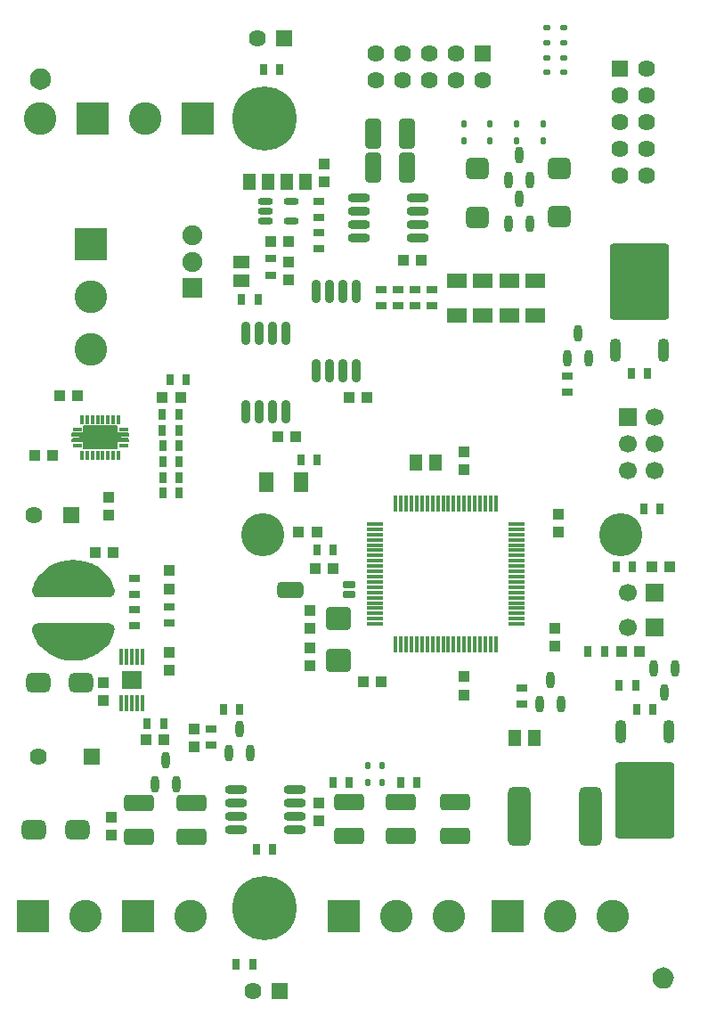
<source format=gts>
G04 Layer_Color=8388736*
%FSLAX24Y24*%
%MOIN*%
G70*
G01*
G75*
%ADD74R,0.0493X0.0631*%
%ADD75R,0.0315X0.0394*%
%ADD76R,0.0433X0.0394*%
%ADD77R,0.0394X0.0433*%
%ADD78R,0.0827X0.0433*%
%ADD79O,0.0374X0.0157*%
%ADD80O,0.0157X0.0374*%
%ADD81O,0.0320X0.0630*%
G04:AMPARAMS|DCode=82|XSize=114.2mil|YSize=63mil|CornerRadius=16.7mil|HoleSize=0mil|Usage=FLASHONLY|Rotation=0.000|XOffset=0mil|YOffset=0mil|HoleType=Round|Shape=RoundedRectangle|*
%AMROUNDEDRECTD82*
21,1,0.1142,0.0295,0,0,0.0*
21,1,0.0807,0.0630,0,0,0.0*
1,1,0.0335,0.0404,-0.0148*
1,1,0.0335,-0.0404,-0.0148*
1,1,0.0335,-0.0404,0.0148*
1,1,0.0335,0.0404,0.0148*
%
%ADD82ROUNDEDRECTD82*%
%ADD83O,0.0839X0.0335*%
%ADD84R,0.0394X0.0315*%
G04:AMPARAMS|DCode=85|XSize=220.5mil|YSize=86.6mil|CornerRadius=22.6mil|HoleSize=0mil|Usage=FLASHONLY|Rotation=90.000|XOffset=0mil|YOffset=0mil|HoleType=Round|Shape=RoundedRectangle|*
%AMROUNDEDRECTD85*
21,1,0.2205,0.0413,0,0,90.0*
21,1,0.1752,0.0866,0,0,90.0*
1,1,0.0453,0.0207,0.0876*
1,1,0.0453,0.0207,-0.0876*
1,1,0.0453,-0.0207,-0.0876*
1,1,0.0453,-0.0207,0.0876*
%
%ADD85ROUNDEDRECTD85*%
G04:AMPARAMS|DCode=86|XSize=25.6mil|YSize=20.5mil|CornerRadius=6.1mil|HoleSize=0mil|Usage=FLASHONLY|Rotation=270.000|XOffset=0mil|YOffset=0mil|HoleType=Round|Shape=RoundedRectangle|*
%AMROUNDEDRECTD86*
21,1,0.0256,0.0083,0,0,270.0*
21,1,0.0134,0.0205,0,0,270.0*
1,1,0.0122,-0.0041,-0.0067*
1,1,0.0122,-0.0041,0.0067*
1,1,0.0122,0.0041,0.0067*
1,1,0.0122,0.0041,-0.0067*
%
%ADD86ROUNDEDRECTD86*%
G04:AMPARAMS|DCode=87|XSize=55.1mil|YSize=76mil|CornerRadius=4.5mil|HoleSize=0mil|Usage=FLASHONLY|Rotation=180.000|XOffset=0mil|YOffset=0mil|HoleType=Round|Shape=RoundedRectangle|*
%AMROUNDEDRECTD87*
21,1,0.0551,0.0669,0,0,180.0*
21,1,0.0461,0.0760,0,0,180.0*
1,1,0.0091,-0.0230,0.0335*
1,1,0.0091,0.0230,0.0335*
1,1,0.0091,0.0230,-0.0335*
1,1,0.0091,-0.0230,-0.0335*
%
%ADD87ROUNDEDRECTD87*%
G04:AMPARAMS|DCode=88|XSize=25.6mil|YSize=20.5mil|CornerRadius=6.1mil|HoleSize=0mil|Usage=FLASHONLY|Rotation=180.000|XOffset=0mil|YOffset=0mil|HoleType=Round|Shape=RoundedRectangle|*
%AMROUNDEDRECTD88*
21,1,0.0256,0.0083,0,0,180.0*
21,1,0.0134,0.0205,0,0,180.0*
1,1,0.0122,-0.0067,0.0041*
1,1,0.0122,0.0067,0.0041*
1,1,0.0122,0.0067,-0.0041*
1,1,0.0122,-0.0067,-0.0041*
%
%ADD88ROUNDEDRECTD88*%
G04:AMPARAMS|DCode=89|XSize=55.1mil|YSize=76mil|CornerRadius=4.5mil|HoleSize=0mil|Usage=FLASHONLY|Rotation=270.000|XOffset=0mil|YOffset=0mil|HoleType=Round|Shape=RoundedRectangle|*
%AMROUNDEDRECTD89*
21,1,0.0551,0.0669,0,0,270.0*
21,1,0.0461,0.0760,0,0,270.0*
1,1,0.0091,-0.0335,-0.0230*
1,1,0.0091,-0.0335,0.0230*
1,1,0.0091,0.0335,0.0230*
1,1,0.0091,0.0335,-0.0230*
%
%ADD89ROUNDEDRECTD89*%
%ADD90O,0.0433X0.0886*%
G04:AMPARAMS|DCode=91|XSize=283.5mil|YSize=222.4mil|CornerRadius=12.9mil|HoleSize=0mil|Usage=FLASHONLY|Rotation=90.000|XOffset=0mil|YOffset=0mil|HoleType=Round|Shape=RoundedRectangle|*
%AMROUNDEDRECTD91*
21,1,0.2835,0.1967,0,0,90.0*
21,1,0.2577,0.2224,0,0,90.0*
1,1,0.0258,0.0983,0.1288*
1,1,0.0258,0.0983,-0.1288*
1,1,0.0258,-0.0983,-0.1288*
1,1,0.0258,-0.0983,0.1288*
%
%ADD91ROUNDEDRECTD91*%
%ADD92C,0.0512*%
%ADD93O,0.0335X0.0889*%
%ADD94R,0.0492X0.0610*%
G04:AMPARAMS|DCode=95|XSize=47.2mil|YSize=27.6mil|CornerRadius=7.9mil|HoleSize=0mil|Usage=FLASHONLY|Rotation=180.000|XOffset=0mil|YOffset=0mil|HoleType=Round|Shape=RoundedRectangle|*
%AMROUNDEDRECTD95*
21,1,0.0472,0.0118,0,0,180.0*
21,1,0.0315,0.0276,0,0,180.0*
1,1,0.0157,-0.0157,0.0059*
1,1,0.0157,0.0157,0.0059*
1,1,0.0157,0.0157,-0.0059*
1,1,0.0157,-0.0157,-0.0059*
%
%ADD95ROUNDEDRECTD95*%
G04:AMPARAMS|DCode=96|XSize=98.4mil|YSize=63mil|CornerRadius=16.7mil|HoleSize=0mil|Usage=FLASHONLY|Rotation=180.000|XOffset=0mil|YOffset=0mil|HoleType=Round|Shape=RoundedRectangle|*
%AMROUNDEDRECTD96*
21,1,0.0984,0.0295,0,0,180.0*
21,1,0.0650,0.0630,0,0,180.0*
1,1,0.0335,-0.0325,0.0148*
1,1,0.0335,0.0325,0.0148*
1,1,0.0335,0.0325,-0.0148*
1,1,0.0335,-0.0325,-0.0148*
%
%ADD96ROUNDEDRECTD96*%
G04:AMPARAMS|DCode=97|XSize=94.5mil|YSize=86.6mil|CornerRadius=14.4mil|HoleSize=0mil|Usage=FLASHONLY|Rotation=0.000|XOffset=0mil|YOffset=0mil|HoleType=Round|Shape=RoundedRectangle|*
%AMROUNDEDRECTD97*
21,1,0.0945,0.0579,0,0,0.0*
21,1,0.0657,0.0866,0,0,0.0*
1,1,0.0287,0.0329,-0.0289*
1,1,0.0287,-0.0329,-0.0289*
1,1,0.0287,-0.0329,0.0289*
1,1,0.0287,0.0329,0.0289*
%
%ADD97ROUNDEDRECTD97*%
%ADD98O,0.0157X0.0630*%
%ADD99O,0.0630X0.0157*%
%ADD100O,0.0571X0.0276*%
G04:AMPARAMS|DCode=101|XSize=90.6mil|YSize=72.8mil|CornerRadius=19.2mil|HoleSize=0mil|Usage=FLASHONLY|Rotation=0.000|XOffset=0mil|YOffset=0mil|HoleType=Round|Shape=RoundedRectangle|*
%AMROUNDEDRECTD101*
21,1,0.0906,0.0344,0,0,0.0*
21,1,0.0522,0.0728,0,0,0.0*
1,1,0.0384,0.0261,-0.0172*
1,1,0.0384,-0.0261,-0.0172*
1,1,0.0384,-0.0261,0.0172*
1,1,0.0384,0.0261,0.0172*
%
%ADD101ROUNDEDRECTD101*%
%ADD102O,0.0157X0.0610*%
%ADD103R,0.0768X0.0650*%
%ADD104R,0.0433X0.0433*%
G04:AMPARAMS|DCode=105|XSize=114.2mil|YSize=63mil|CornerRadius=16.7mil|HoleSize=0mil|Usage=FLASHONLY|Rotation=270.000|XOffset=0mil|YOffset=0mil|HoleType=Round|Shape=RoundedRectangle|*
%AMROUNDEDRECTD105*
21,1,0.1142,0.0295,0,0,270.0*
21,1,0.0807,0.0630,0,0,270.0*
1,1,0.0335,-0.0148,-0.0404*
1,1,0.0335,-0.0148,0.0404*
1,1,0.0335,0.0148,0.0404*
1,1,0.0335,0.0148,-0.0404*
%
%ADD105ROUNDEDRECTD105*%
G04:AMPARAMS|DCode=106|XSize=86.6mil|YSize=82.7mil|CornerRadius=21.7mil|HoleSize=0mil|Usage=FLASHONLY|Rotation=0.000|XOffset=0mil|YOffset=0mil|HoleType=Round|Shape=RoundedRectangle|*
%AMROUNDEDRECTD106*
21,1,0.0866,0.0394,0,0,0.0*
21,1,0.0433,0.0827,0,0,0.0*
1,1,0.0433,0.0217,-0.0197*
1,1,0.0433,-0.0217,-0.0197*
1,1,0.0433,-0.0217,0.0197*
1,1,0.0433,0.0217,0.0197*
%
%ADD106ROUNDEDRECTD106*%
%ADD107R,0.0610X0.0492*%
%ADD108C,0.2402*%
%ADD109C,0.1614*%
%ADD110C,0.0748*%
%ADD111R,0.0748X0.0748*%
%ADD112C,0.0639*%
%ADD113R,0.0639X0.0639*%
%ADD114R,0.0669X0.0669*%
%ADD115C,0.0669*%
%ADD116R,0.1220X0.1220*%
%ADD117C,0.1220*%
%ADD118R,0.0639X0.0639*%
%ADD119R,0.0669X0.0669*%
%ADD120R,0.1220X0.1220*%
G36*
X39581Y47185D02*
X39677Y47145D01*
X39759Y47082D01*
X39822Y47000D01*
X39862Y46904D01*
X39875Y46801D01*
X39862Y46698D01*
X39822Y46603D01*
X39759Y46520D01*
X39677Y46457D01*
X39581Y46418D01*
X39478Y46404D01*
X39376Y46418D01*
X39280Y46457D01*
X39198Y46520D01*
X39134Y46603D01*
X39095Y46698D01*
X39081Y46801D01*
X39095Y46904D01*
X39134Y47000D01*
X39198Y47082D01*
X39280Y47145D01*
X39376Y47185D01*
X39478Y47198D01*
X39581Y47185D01*
D02*
G37*
G36*
X42346Y33833D02*
X42354Y33821D01*
Y33577D01*
X42764D01*
X42780Y33569D01*
X42789Y33553D01*
Y33455D01*
X42777Y33424D01*
X42746Y33411D01*
X42504D01*
Y33380D01*
X42746D01*
X42777Y33367D01*
X42789Y33337D01*
Y33238D01*
X42780Y33226D01*
X42764Y33219D01*
X42752Y33215D01*
X42354D01*
Y32970D01*
X42346Y32959D01*
X42335Y32951D01*
X41091D01*
X41079Y32959D01*
X41071Y32974D01*
Y33215D01*
X40665D01*
X40654Y33219D01*
X40642Y33226D01*
X40636Y33238D01*
Y33337D01*
X40649Y33367D01*
X40679Y33380D01*
X40921D01*
Y33411D01*
X40679D01*
X40649Y33424D01*
X40636Y33455D01*
Y33553D01*
X40650Y33569D01*
X40673Y33577D01*
X41071D01*
Y33813D01*
X41075Y33833D01*
X41094Y33841D01*
X42335D01*
X42346Y33833D01*
D02*
G37*
G36*
X40934Y28800D02*
X40937Y28799D01*
X40940Y28799D01*
X41158Y28755D01*
X41160Y28753D01*
X41163Y28753D01*
X41374Y28681D01*
X41376Y28679D01*
X41379Y28678D01*
X41578Y28578D01*
X41580Y28576D01*
X41583Y28575D01*
X41767Y28450D01*
X41769Y28447D01*
X41772Y28446D01*
X41937Y28297D01*
X41938Y28296D01*
X41940Y28295D01*
X41942Y28293D01*
X41942Y28291D01*
X41944Y28290D01*
X42049Y28163D01*
X42050Y28160D01*
X42053Y28158D01*
X42137Y28017D01*
X42138Y28013D01*
X42140Y28011D01*
X42202Y27858D01*
X42202Y27856D01*
X42203Y27855D01*
X42245Y27720D01*
X42244Y27716D01*
X42246Y27713D01*
X42255Y27640D01*
X42253Y27632D01*
X42254Y27624D01*
X42235Y27553D01*
X42230Y27546D01*
X42228Y27538D01*
X42185Y27479D01*
X42178Y27475D01*
X42173Y27468D01*
X42111Y27429D01*
X42103Y27427D01*
X42096Y27423D01*
X42024Y27409D01*
X42019Y27410D01*
X42015Y27408D01*
X39410D01*
X39406Y27410D01*
X39402Y27409D01*
X39327Y27423D01*
X39321Y27428D01*
X39312Y27429D01*
X39248Y27469D01*
X39244Y27476D01*
X39237Y27480D01*
X39192Y27541D01*
X39190Y27549D01*
X39185Y27556D01*
X39166Y27629D01*
X39167Y27637D01*
X39164Y27645D01*
X39173Y27720D01*
X39175Y27724D01*
X39175Y27728D01*
X39215Y27858D01*
X39217Y27859D01*
X39216Y27861D01*
X39277Y28012D01*
X39280Y28014D01*
X39280Y28018D01*
X39363Y28157D01*
X39366Y28159D01*
X39367Y28163D01*
X39471Y28288D01*
X39473Y28289D01*
X39473Y28290D01*
X39478Y28295D01*
X39479Y28296D01*
X39480Y28297D01*
X39646Y28446D01*
X39648Y28447D01*
X39650Y28450D01*
X39834Y28575D01*
X39837Y28576D01*
X39839Y28578D01*
X40038Y28678D01*
X40041Y28679D01*
X40043Y28681D01*
X40254Y28753D01*
X40257Y28753D01*
X40259Y28755D01*
X40478Y28799D01*
X40481Y28799D01*
X40483Y28800D01*
X40706Y28815D01*
X40709Y28814D01*
X40712Y28815D01*
X40934Y28800D01*
D02*
G37*
G36*
X42011Y26448D02*
X42016Y26449D01*
X42090Y26435D01*
X42097Y26431D01*
X42105Y26429D01*
X42169Y26389D01*
X42174Y26382D01*
X42181Y26378D01*
X42225Y26317D01*
X42227Y26309D01*
X42232Y26302D01*
X42252Y26229D01*
X42251Y26221D01*
X42253Y26213D01*
X42244Y26138D01*
X42242Y26134D01*
X42242Y26130D01*
X42202Y26001D01*
X42201Y25999D01*
X42201Y25998D01*
X42140Y25847D01*
X42138Y25844D01*
X42137Y25841D01*
X42054Y25701D01*
X42051Y25699D01*
X42050Y25695D01*
X41946Y25570D01*
X41945Y25570D01*
X41944Y25568D01*
X41939Y25563D01*
X41938Y25563D01*
X41937Y25561D01*
X41772Y25412D01*
X41769Y25411D01*
X41767Y25409D01*
X41583Y25283D01*
X41580Y25282D01*
X41578Y25280D01*
X41379Y25180D01*
X41376Y25180D01*
X41374Y25178D01*
X41163Y25105D01*
X41160Y25105D01*
X41158Y25103D01*
X40940Y25059D01*
X40937Y25060D01*
X40934Y25058D01*
X40712Y25044D01*
X40709Y25044D01*
X40706Y25044D01*
X40483Y25058D01*
X40481Y25060D01*
X40478Y25059D01*
X40259Y25103D01*
X40257Y25105D01*
X40254Y25105D01*
X40043Y25178D01*
X40041Y25180D01*
X40038Y25180D01*
X39839Y25280D01*
X39837Y25282D01*
X39834Y25283D01*
X39650Y25409D01*
X39648Y25411D01*
X39646Y25412D01*
X39480Y25561D01*
X39479Y25563D01*
X39478Y25563D01*
X39476Y25566D01*
X39475Y25567D01*
X39473Y25568D01*
X39368Y25695D01*
X39367Y25698D01*
X39364Y25700D01*
X39280Y25842D01*
X39279Y25845D01*
X39277Y25848D01*
X39216Y26001D01*
X39216Y26002D01*
X39214Y26004D01*
X39173Y26138D01*
X39173Y26142D01*
X39171Y26146D01*
X39162Y26219D01*
X39165Y26227D01*
X39163Y26235D01*
X39182Y26306D01*
X39187Y26312D01*
X39189Y26320D01*
X39233Y26379D01*
X39240Y26384D01*
X39244Y26390D01*
X39307Y26430D01*
X39315Y26431D01*
X39322Y26436D01*
X39394Y26449D01*
X39398Y26448D01*
X39402Y26450D01*
X42008D01*
X42011Y26448D01*
D02*
G37*
G36*
X62888Y13563D02*
X62984Y13523D01*
X63066Y13460D01*
X63129Y13378D01*
X63169Y13282D01*
X63183Y13179D01*
X63169Y13076D01*
X63129Y12981D01*
X63066Y12898D01*
X62984Y12835D01*
X62888Y12796D01*
X62785Y12782D01*
X62683Y12796D01*
X62587Y12835D01*
X62505Y12898D01*
X62442Y12981D01*
X62402Y13076D01*
X62388Y13179D01*
X62402Y13282D01*
X62442Y13378D01*
X62505Y13460D01*
X62587Y13523D01*
X62683Y13563D01*
X62785Y13576D01*
X62888Y13563D01*
D02*
G37*
D74*
X57963Y22156D02*
D03*
X57215D02*
D03*
D75*
X44055Y33081D02*
D03*
X44665D02*
D03*
X44045Y34262D02*
D03*
X44655D02*
D03*
X44055Y31900D02*
D03*
X44665D02*
D03*
X44045Y33671D02*
D03*
X44655D02*
D03*
X44055Y32490D02*
D03*
X44665D02*
D03*
X44055Y31309D02*
D03*
X44665D02*
D03*
X44331Y35541D02*
D03*
X44941D02*
D03*
X47559Y17982D02*
D03*
X48169D02*
D03*
X47008Y38563D02*
D03*
X47618D02*
D03*
X52963Y20502D02*
D03*
X53573D02*
D03*
X51033D02*
D03*
X50423D02*
D03*
X61142Y24114D02*
D03*
X61752D02*
D03*
X62392Y23209D02*
D03*
X61782D02*
D03*
X46329Y23228D02*
D03*
X46939D02*
D03*
X62067Y30719D02*
D03*
X62677D02*
D03*
X49232Y32549D02*
D03*
X49842D02*
D03*
X61585Y35797D02*
D03*
X62195D02*
D03*
X48425Y47156D02*
D03*
X47815D02*
D03*
X46811Y13691D02*
D03*
X47421D02*
D03*
X50423Y29173D02*
D03*
X49813D02*
D03*
X59970Y25374D02*
D03*
X60580D02*
D03*
X61024Y28553D02*
D03*
X61634D02*
D03*
X44085Y22697D02*
D03*
X43475D02*
D03*
D76*
X44045Y34892D02*
D03*
X44715D02*
D03*
X40197Y34951D02*
D03*
X40866D02*
D03*
X39921Y32726D02*
D03*
X39252D02*
D03*
X51024Y34872D02*
D03*
X51693D02*
D03*
X48376Y33415D02*
D03*
X49045D02*
D03*
X49144Y29852D02*
D03*
X49813D02*
D03*
X49754Y28474D02*
D03*
X50423D02*
D03*
X51555Y24262D02*
D03*
X52224D02*
D03*
X61900Y25374D02*
D03*
X61230D02*
D03*
X63022Y28553D02*
D03*
X62352D02*
D03*
X48091Y40728D02*
D03*
X48760D02*
D03*
X43415Y22077D02*
D03*
X44085D02*
D03*
X41526Y29094D02*
D03*
X42195D02*
D03*
X53740Y40030D02*
D03*
X53071D02*
D03*
D77*
X42037Y31142D02*
D03*
Y30472D02*
D03*
X49892Y19734D02*
D03*
Y19065D02*
D03*
X48760Y39970D02*
D03*
Y39301D02*
D03*
X45236Y21831D02*
D03*
Y22500D02*
D03*
X55335Y32854D02*
D03*
Y32185D02*
D03*
Y23770D02*
D03*
Y24439D02*
D03*
X58720Y25600D02*
D03*
Y26270D02*
D03*
X58848Y30512D02*
D03*
Y29843D02*
D03*
X49547Y26260D02*
D03*
Y26929D02*
D03*
Y25512D02*
D03*
Y24843D02*
D03*
X50089Y42953D02*
D03*
Y43622D02*
D03*
X44301Y27736D02*
D03*
Y28406D02*
D03*
Y25364D02*
D03*
Y24695D02*
D03*
X42126Y19193D02*
D03*
Y18524D02*
D03*
X41831Y24213D02*
D03*
Y23543D02*
D03*
D78*
X41713Y33396D02*
D03*
D79*
X40846Y33691D02*
D03*
Y33100D02*
D03*
X42579Y33691D02*
D03*
Y33100D02*
D03*
D80*
X41024Y34065D02*
D03*
X41220D02*
D03*
X41417D02*
D03*
X41614D02*
D03*
X41811D02*
D03*
X42008D02*
D03*
X42205D02*
D03*
X42402D02*
D03*
Y32726D02*
D03*
X42205D02*
D03*
X42008D02*
D03*
X41811D02*
D03*
X41614D02*
D03*
X41417D02*
D03*
X41220D02*
D03*
X41024D02*
D03*
D81*
X43760Y20418D02*
D03*
X44560D02*
D03*
X44160Y21328D02*
D03*
X63228Y24749D02*
D03*
X62428D02*
D03*
X62828Y23839D02*
D03*
X47345Y21590D02*
D03*
X46545D02*
D03*
X46945Y22500D02*
D03*
X58169Y23420D02*
D03*
X58969D02*
D03*
X58569Y24330D02*
D03*
X59193Y36363D02*
D03*
X59993D02*
D03*
X59593Y37273D02*
D03*
X57808Y43036D02*
D03*
X57008D02*
D03*
X57408Y43946D02*
D03*
X57808Y41403D02*
D03*
X57008D02*
D03*
X57408Y42313D02*
D03*
D82*
X45118Y19724D02*
D03*
Y18465D02*
D03*
X43159Y19724D02*
D03*
Y18465D02*
D03*
X51033Y18504D02*
D03*
Y19764D02*
D03*
X52963Y18504D02*
D03*
Y19764D02*
D03*
X54980Y18504D02*
D03*
Y19764D02*
D03*
D83*
X46786Y19730D02*
D03*
X48986D02*
D03*
X46786Y20230D02*
D03*
X48986D02*
D03*
X46786Y18730D02*
D03*
Y19230D02*
D03*
X48986D02*
D03*
Y18730D02*
D03*
X53607Y41362D02*
D03*
X51407D02*
D03*
X53607Y40862D02*
D03*
X51407D02*
D03*
X53607Y42362D02*
D03*
Y41862D02*
D03*
X51407D02*
D03*
Y42362D02*
D03*
D84*
X48091Y39469D02*
D03*
Y40079D02*
D03*
X45866Y21890D02*
D03*
Y22500D02*
D03*
X57490Y24035D02*
D03*
Y23425D02*
D03*
X52215Y38927D02*
D03*
Y38317D02*
D03*
X52874Y38927D02*
D03*
Y38317D02*
D03*
X53504Y38927D02*
D03*
Y38317D02*
D03*
X54144Y38927D02*
D03*
Y38317D02*
D03*
X59193Y35079D02*
D03*
Y35689D02*
D03*
X49882Y40453D02*
D03*
Y41063D02*
D03*
Y41624D02*
D03*
Y42234D02*
D03*
X42992Y26339D02*
D03*
Y26949D02*
D03*
X44301Y27067D02*
D03*
Y26457D02*
D03*
X42992Y27520D02*
D03*
Y28130D02*
D03*
D85*
X60059Y19213D02*
D03*
X57382D02*
D03*
D86*
X52254Y20502D02*
D03*
Y21132D02*
D03*
X51732Y20502D02*
D03*
Y21132D02*
D03*
X55344Y45118D02*
D03*
Y44488D02*
D03*
X56309Y45118D02*
D03*
Y44488D02*
D03*
X57283Y45118D02*
D03*
Y44488D02*
D03*
X58297Y45118D02*
D03*
Y44488D02*
D03*
D87*
X49233Y31732D02*
D03*
X47933D02*
D03*
D88*
X58435Y48720D02*
D03*
X59065D02*
D03*
X58435Y48159D02*
D03*
X59065D02*
D03*
X58435Y47598D02*
D03*
X59065D02*
D03*
X58435Y47057D02*
D03*
X59065D02*
D03*
D89*
X55069Y39243D02*
D03*
Y37943D02*
D03*
X57028Y39243D02*
D03*
Y37943D02*
D03*
X56043Y39243D02*
D03*
Y37943D02*
D03*
X58012Y39243D02*
D03*
Y37943D02*
D03*
D90*
X62787Y36663D02*
D03*
X60992D02*
D03*
X61199Y22392D02*
D03*
X62994D02*
D03*
D91*
X61890Y39222D02*
D03*
X62096Y19833D02*
D03*
D92*
X62785Y13179D02*
D03*
X39478Y46801D02*
D03*
D93*
X48665Y34350D02*
D03*
X47665D02*
D03*
X47165D02*
D03*
X48665Y37300D02*
D03*
X47665D02*
D03*
X47165D02*
D03*
X48165Y34350D02*
D03*
Y37300D02*
D03*
X51303Y35896D02*
D03*
X50303D02*
D03*
X49803D02*
D03*
X51303Y38846D02*
D03*
X50303D02*
D03*
X49803D02*
D03*
X50803Y35896D02*
D03*
Y38846D02*
D03*
D94*
X54252Y32441D02*
D03*
X53543D02*
D03*
X48002Y42953D02*
D03*
X47293D02*
D03*
X48681D02*
D03*
X49390D02*
D03*
D95*
X51024Y27874D02*
D03*
Y27520D02*
D03*
D96*
X48839Y27697D02*
D03*
D97*
X50640Y26614D02*
D03*
Y25039D02*
D03*
D98*
X52776Y30925D02*
D03*
X55532D02*
D03*
X55728D02*
D03*
Y25650D02*
D03*
X55532D02*
D03*
X52776D02*
D03*
X55925Y30925D02*
D03*
X56122D02*
D03*
X56319D02*
D03*
X56516D02*
D03*
Y25650D02*
D03*
X56319D02*
D03*
X56122D02*
D03*
X55925D02*
D03*
X52972Y30925D02*
D03*
X53169D02*
D03*
X53366D02*
D03*
X53563D02*
D03*
X53760D02*
D03*
X53957D02*
D03*
X54154D02*
D03*
X54350D02*
D03*
X54547D02*
D03*
X54744D02*
D03*
X54941D02*
D03*
X55138D02*
D03*
X55335D02*
D03*
Y25650D02*
D03*
X55138D02*
D03*
X54941D02*
D03*
X54744D02*
D03*
X54547D02*
D03*
X54350D02*
D03*
X54154D02*
D03*
X53957D02*
D03*
X53760D02*
D03*
X53563D02*
D03*
X53366D02*
D03*
X53169D02*
D03*
X52972D02*
D03*
D99*
X57283Y28386D02*
D03*
Y28189D02*
D03*
X52008D02*
D03*
Y28386D02*
D03*
X57283Y30157D02*
D03*
Y29961D02*
D03*
Y29764D02*
D03*
Y29567D02*
D03*
Y29370D02*
D03*
Y29173D02*
D03*
Y28976D02*
D03*
Y28780D02*
D03*
Y28583D02*
D03*
Y27992D02*
D03*
Y27795D02*
D03*
Y27598D02*
D03*
Y27402D02*
D03*
Y27205D02*
D03*
Y27008D02*
D03*
Y26811D02*
D03*
Y26614D02*
D03*
Y26417D02*
D03*
X52008Y28583D02*
D03*
Y28780D02*
D03*
Y28976D02*
D03*
Y29173D02*
D03*
Y29370D02*
D03*
Y29567D02*
D03*
Y29764D02*
D03*
Y29961D02*
D03*
Y30157D02*
D03*
Y26417D02*
D03*
Y26614D02*
D03*
Y26811D02*
D03*
Y27008D02*
D03*
Y27205D02*
D03*
Y27402D02*
D03*
Y27598D02*
D03*
Y27795D02*
D03*
Y27992D02*
D03*
D100*
X47894Y41860D02*
D03*
X48878Y42234D02*
D03*
X47894D02*
D03*
X48878Y41486D02*
D03*
X47894D02*
D03*
D101*
X40994Y24213D02*
D03*
X39380D02*
D03*
X40856Y18730D02*
D03*
X39242D02*
D03*
D102*
X42510Y23455D02*
D03*
X42707D02*
D03*
X42904D02*
D03*
X43100D02*
D03*
X43297D02*
D03*
Y25187D02*
D03*
X43100D02*
D03*
X42904D02*
D03*
X42707D02*
D03*
X42510D02*
D03*
D103*
X42904Y24321D02*
D03*
D104*
X40709Y27979D02*
D03*
Y25879D02*
D03*
D105*
X53179Y44754D02*
D03*
X51919D02*
D03*
X53179Y43504D02*
D03*
X51919D02*
D03*
D106*
X55827Y41634D02*
D03*
Y43445D02*
D03*
X58898Y43465D02*
D03*
Y41654D02*
D03*
D107*
X46998Y39252D02*
D03*
Y39961D02*
D03*
D108*
X47874Y45315D02*
D03*
Y15787D02*
D03*
D109*
X61191Y29754D02*
D03*
X47805D02*
D03*
D110*
X45177Y39961D02*
D03*
Y40945D02*
D03*
D111*
Y38976D02*
D03*
D112*
X54043Y46746D02*
D03*
Y47746D02*
D03*
X53043Y46746D02*
D03*
X52043D02*
D03*
X56043D02*
D03*
X55043D02*
D03*
X53043Y47746D02*
D03*
X52043D02*
D03*
X55043D02*
D03*
X62171Y45205D02*
D03*
X61171D02*
D03*
X62171Y44205D02*
D03*
Y43205D02*
D03*
Y47205D02*
D03*
Y46205D02*
D03*
X61171Y44205D02*
D03*
Y43205D02*
D03*
Y46205D02*
D03*
X47612Y48317D02*
D03*
X47425Y12687D02*
D03*
X39388Y21457D02*
D03*
X39242Y30482D02*
D03*
D113*
X56043Y47746D02*
D03*
X48612Y48317D02*
D03*
X48425Y12687D02*
D03*
X41388Y21457D02*
D03*
X40620Y30482D02*
D03*
D114*
X61467Y34154D02*
D03*
D115*
Y33154D02*
D03*
X62467Y34154D02*
D03*
Y33154D02*
D03*
X61467Y32154D02*
D03*
X62467D02*
D03*
X61470Y26289D02*
D03*
Y27579D02*
D03*
D116*
X41358Y40610D02*
D03*
D117*
Y38642D02*
D03*
Y36673D02*
D03*
X41171Y15482D02*
D03*
X58937D02*
D03*
X60906D02*
D03*
X52795D02*
D03*
X54764D02*
D03*
X43386Y45315D02*
D03*
X39449D02*
D03*
X45108Y15482D02*
D03*
D118*
X61171Y47205D02*
D03*
D119*
X62470Y26289D02*
D03*
Y27579D02*
D03*
D120*
X39203Y15482D02*
D03*
X56968D02*
D03*
X50827D02*
D03*
X45354Y45315D02*
D03*
X41417D02*
D03*
X43140Y15482D02*
D03*
M02*

</source>
